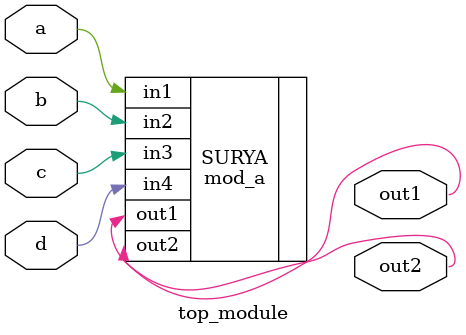
<source format=v>
module top_module ( 
    input a, 
    input b, 
    input c,
    input d,
    output out1,
    output out2
);
    mod_a SURYA( .in1(a), .in2(b),.in3(c),.in4(d), .out1(out1), .out2(out2) );
endmodule

</source>
